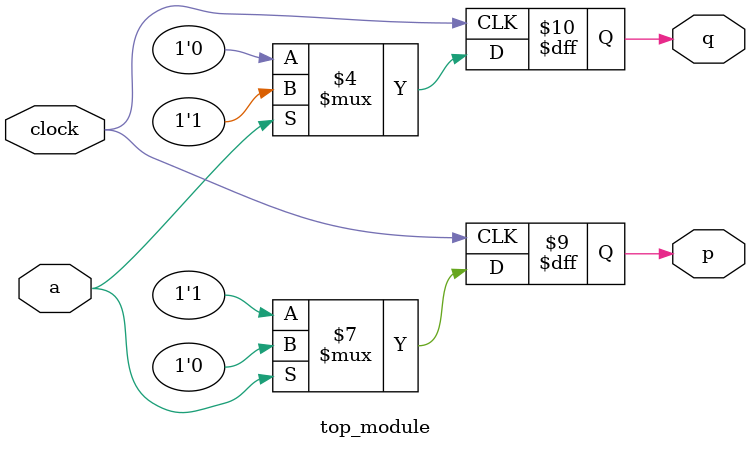
<source format=sv>
module top_module (
	input wire clock,
	input wire a, 
	output reg p,
	output reg q
);

	always @(posedge clock) begin
		if (a == 1'b1) begin
			p <= 1'b0;
			q <= 1'b1;
		end else begin
			p <= 1'b1;
			q <= 1'b0;
		end
	end

endmodule

</source>
